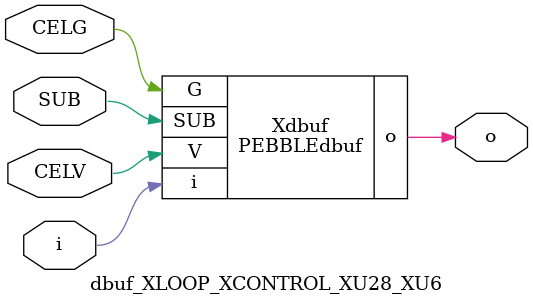
<source format=v>



module PEBBLEdbuf ( o, G, SUB, V, i );

  input V;
  input i;
  input G;
  output o;
  input SUB;
endmodule

//Celera Confidential Do Not Copy dbuf_XLOOP_XCONTROL_XU28_XU6
//Celera Confidential Symbol Generator
//Digital Buffer
module dbuf_XLOOP_XCONTROL_XU28_XU6 (CELV,CELG,i,o,SUB);
input CELV;
input CELG;
input i;
input SUB;
output o;

//Celera Confidential Do Not Copy dbuf
PEBBLEdbuf Xdbuf(
.V (CELV),
.i (i),
.o (o),
.SUB (SUB),
.G (CELG)
);
//,diesize,PEBBLEdbuf

//Celera Confidential Do Not Copy Module End
//Celera Schematic Generator
endmodule

</source>
